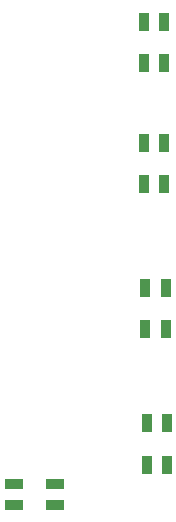
<source format=gbr>
%TF.GenerationSoftware,KiCad,Pcbnew,8.0.6*%
%TF.CreationDate,2026-01-30T19:09:08+01:00*%
%TF.ProjectId,keyboard,6b657962-6f61-4726-942e-6b696361645f,rev?*%
%TF.SameCoordinates,Original*%
%TF.FileFunction,Paste,Top*%
%TF.FilePolarity,Positive*%
%FSLAX46Y46*%
G04 Gerber Fmt 4.6, Leading zero omitted, Abs format (unit mm)*
G04 Created by KiCad (PCBNEW 8.0.6) date 2026-01-30 19:09:08*
%MOMM*%
%LPD*%
G01*
G04 APERTURE LIST*
%ADD10R,1.600000X0.850000*%
%ADD11R,0.850000X1.600000*%
G04 APERTURE END LIST*
D10*
%TO.C,D20*%
X191250000Y-98875000D03*
X191250000Y-97125000D03*
X187750000Y-97125000D03*
X187750000Y-98875000D03*
%TD*%
D11*
%TO.C,D19*%
X200750000Y-92000000D03*
X199000000Y-92000000D03*
X199000000Y-95500000D03*
X200750000Y-95500000D03*
%TD*%
%TO.C,D18*%
X200625000Y-80500000D03*
X198875000Y-80500000D03*
X198875000Y-84000000D03*
X200625000Y-84000000D03*
%TD*%
%TO.C,D17*%
X200500000Y-71750000D03*
X198750000Y-71750000D03*
X198750000Y-68250000D03*
X200500000Y-68250000D03*
%TD*%
%TO.C,D16*%
X200500000Y-58000000D03*
X198750000Y-58000000D03*
X198750000Y-61500000D03*
X200500000Y-61500000D03*
%TD*%
M02*

</source>
